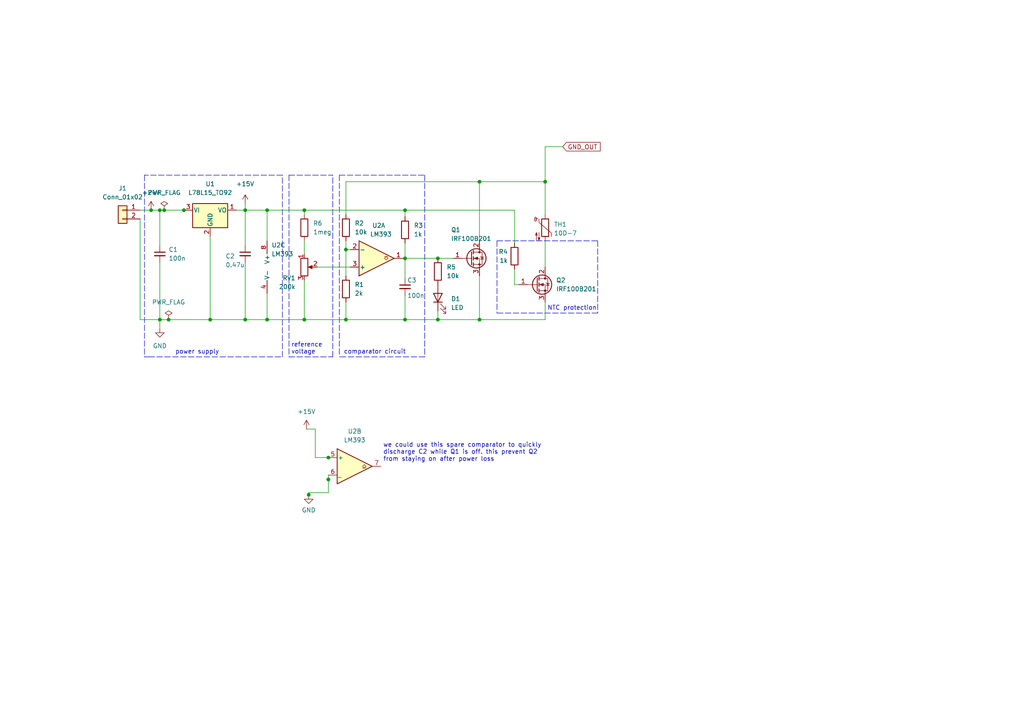
<source format=kicad_sch>
(kicad_sch (version 20211123) (generator eeschema)
  (paper "A4")
  (title_block (title "softstart"))
  (lib_symbols
    (symbol "Comparator:LM393" (pin_names (offset 0.127))
      (property "Reference" "U" (at 3.81 3.81 0))
      (property "Value" "LM393" (at 6.35 -3.81 0))
      (symbol "LM393_1_1"
        (polyline (pts (xy -5.08 5.08) (xy 5.08 0) (xy -5.08 -5.08) (xy -5.08 5.08)) (stroke (width 0.254)) (fill (type background)))
        (polyline (pts (xy 3.302 -0.508) (xy 2.794 -0.508) (xy 3.302 0) (xy 2.794 0.508) (xy 2.286 0) (xy 2.794 -0.508) (xy 2.286 -0.508)) (stroke (width 0.127)))
        (pin open_collector line (at 7.62 0 180) (length 2.54) (name "~") (number "1"))
        (pin input line (at -7.62 -2.54 0) (length 2.54) (name "-") (number "2"))
        (pin input line (at -7.62 2.54 0) (length 2.54) (name "+") (number "3"))
      )
      (symbol "LM393_2_1"
        (polyline (pts (xy -5.08 5.08) (xy 5.08 0) (xy -5.08 -5.08) (xy -5.08 5.08)) (stroke (width 0.254)) (fill (type background)))
        (polyline (pts (xy 3.302 -0.508) (xy 2.794 -0.508) (xy 3.302 0) (xy 2.794 0.508) (xy 2.286 0) (xy 2.794 -0.508) (xy 2.286 -0.508)) (stroke (width 0.127)))
        (pin input line (at -7.62 2.54 0) (length 2.54) (name "+") (number "5"))
        (pin input line (at -7.62 -2.54 0) (length 2.54) (name "_") (number "6"))
        (pin open_collector line (at 7.62 0 180) (length 2.54) (name "~") (number "7"))
      )
      (symbol "LM393_3_1"
        (pin power_in line (at -2.54 -7.62 90) (length 3.81) (name "V-") (number "4"))
        (pin power_in line (at -2.54 7.62 270) (length 3.81) (name "V+") (number "8"))
      )
    )
    (symbol "Connector_Generic:Conn_01x02" (pin_names (offset 1.016) hide)
      (property "Reference" "J" (at 0 2.54 0))
      (property "Value" "Conn_01x02" (at 0 -5.08 0))
      (symbol "Conn_01x02_1_1"
        (rectangle (start -1.27 -2.413) (end 0 -2.667) (stroke (width 0.1524)))
        (rectangle (start -1.27 0.127) (end 0 -0.127) (stroke (width 0.1524)))
        (rectangle (start -1.27 1.27) (end 1.27 -3.81) (stroke (width 0.254)) (fill (type background)))
        (pin passive line (at -5.08 0 0) (length 3.81) (name "Pin_1") (number "1"))
        (pin passive line (at -5.08 -2.54 0) (length 3.81) (name "Pin_2") (number "2"))
      )
    )
    (symbol "Device:C_Small" (pin_numbers hide) (pin_names (offset 0.254) hide)
      (property "Reference" "C" (at 0.254 1.778 0))
      (property "Value" "C_Small" (at 0.254 -2.032 0))
      (symbol "C_Small_0_1"
        (polyline (pts (xy -1.524 -0.508) (xy 1.524 -0.508)) (stroke (width 0.3302)))
        (polyline (pts (xy -1.524 0.508) (xy 1.524 0.508)) (stroke (width 0.3048)))
      )
      (symbol "C_Small_1_1"
        (pin passive line (at 0 2.54 270) (length 2.032) (name "~") (number "1"))
        (pin passive line (at 0 -2.54 90) (length 2.032) (name "~") (number "2"))
      )
    )
    (symbol "Device:LED" (pin_numbers hide) (pin_names (offset 1.016) hide)
      (property "Reference" "D" (at 0 2.54 0))
      (property "Value" "LED" (at 0 -2.54 0))
      (symbol "LED_0_1"
        (polyline (pts (xy -1.27 -1.27) (xy -1.27 1.27)) (stroke (width 0.254)))
        (polyline (pts (xy -1.27 0) (xy 1.27 0)))
        (polyline (pts (xy 1.27 -1.27) (xy 1.27 1.27) (xy -1.27 0) (xy 1.27 -1.27)) (stroke (width 0.254)))
        (polyline (pts (xy -3.048 -0.762) (xy -4.572 -2.286) (xy -3.81 -2.286) (xy -4.572 -2.286) (xy -4.572 -1.524)))
        (polyline (pts (xy -1.778 -0.762) (xy -3.302 -2.286) (xy -2.54 -2.286) (xy -3.302 -2.286) (xy -3.302 -1.524)))
      )
      (symbol "LED_1_1"
        (pin passive line (at -3.81 0 0) (length 2.54) (name "K") (number "1"))
        (pin passive line (at 3.81 0 180) (length 2.54) (name "A") (number "2"))
      )
    )
    (symbol "Device:R" (pin_numbers hide) (pin_names (offset 0))
      (property "Reference" "R" (at 2.032 0 90))
      (property "Value" "R" (at 0 0 90))
      (symbol "R_0_1"
        (rectangle (start -1.016 -2.54) (end 1.016 2.54) (stroke (width 0.254)))
      )
      (symbol "R_1_1"
        (pin passive line (at 0 3.81 270) (length 1.27) (name "~") (number "1"))
        (pin passive line (at 0 -3.81 90) (length 1.27) (name "~") (number "2"))
      )
    )
    (symbol "Device:R_Potentiometer" (pin_names (offset 1.016) hide)
      (property "Reference" "RV" (at -4.445 0 90))
      (property "Value" "R_Potentiometer" (at -2.54 0 90))
      (symbol "R_Potentiometer_0_1"
        (polyline (pts (xy 2.54 0) (xy 1.524 0)))
        (polyline (pts (xy 1.143 0) (xy 2.286 0.508) (xy 2.286 -0.508) (xy 1.143 0)) (fill (type outline)))
        (rectangle (start 1.016 2.54) (end -1.016 -2.54) (stroke (width 0.254)))
      )
      (symbol "R_Potentiometer_1_1"
        (pin passive line (at 0 3.81 270) (length 1.27) (name "1") (number "1"))
        (pin passive line (at 3.81 0 180) (length 1.27) (name "2") (number "2"))
        (pin passive line (at 0 -3.81 90) (length 1.27) (name "3") (number "3"))
      )
    )
    (symbol "Device:Thermistor_NTC" (pin_numbers hide) (pin_names (offset 0))
      (property "Reference" "TH" (at -4.445 0 90))
      (property "Value" "Thermistor_NTC" (at 3.175 0 90))
      (symbol "Thermistor_NTC_0_1"
        (arc (start -3.048 2.159) (mid -3.0495 2.3143) (end -3.175 2.413))
        (arc (start -3.048 2.159) (mid -2.9736 1.9794) (end -2.794 1.905))
        (arc (start -3.048 2.794) (mid -2.9736 2.6144) (end -2.794 2.54))
        (arc (start -2.794 1.905) (mid -2.6144 1.9794) (end -2.54 2.159))
        (arc (start -2.794 2.54) (mid -2.4393 2.5587) (end -2.159 2.794))
        (arc (start -2.794 3.048) (mid -2.9736 2.9736) (end -3.048 2.794))
        (arc (start -2.54 2.794) (mid -2.6144 2.9736) (end -2.794 3.048))
        (rectangle (start -1.016 2.54) (end 1.016 -2.54) (stroke (width 0.254)))
        (polyline (pts (xy -2.54 2.159) (xy -2.54 2.794)))
        (polyline (pts (xy -1.778 2.54) (xy -1.778 1.524) (xy 1.778 -1.524) (xy 1.778 -2.54)))
        (polyline (pts (xy -2.54 -3.683) (xy -2.54 -1.397) (xy -2.794 -2.159) (xy -2.286 -2.159) (xy -2.54 -1.397) (xy -2.54 -1.651)) (fill (type outline)))
        (polyline (pts (xy -1.778 -1.397) (xy -1.778 -3.683) (xy -2.032 -2.921) (xy -1.524 -2.921) (xy -1.778 -3.683) (xy -1.778 -3.429)) (fill (type outline)))
      )
      (symbol "Thermistor_NTC_1_1"
        (pin passive line (at 0 3.81 270) (length 1.27) (name "~") (number "1"))
        (pin passive line (at 0 -3.81 90) (length 1.27) (name "~") (number "2"))
      )
    )
    (symbol "Regulator_Linear:L78L15_TO92" (pin_names (offset 0.254))
      (property "Reference" "U" (at -3.81 3.175 0))
      (property "Value" "L78L15_TO92" (at 0 3.175 0))
      (symbol "L78L15_TO92_0_1"
        (rectangle (start -5.08 -5.08) (end 5.08 1.905) (stroke (width 0.254)) (fill (type background)))
      )
      (symbol "L78L15_TO92_1_1"
        (pin power_out line (at 7.62 0 180) (length 2.54) (name "VO") (number "1"))
        (pin power_in line (at 0 -7.62 90) (length 2.54) (name "GND") (number "2"))
        (pin power_in line (at -7.62 0 0) (length 2.54) (name "VI") (number "3"))
      )
    )
    (symbol "Transistor_FET:IRF540N" (pin_names hide)
      (property "Reference" "Q" (at 6.35 1.905 0))
      (property "Value" "IRF540N" (at 6.35 0 0))
      (symbol "IRF540N_0_1"
        (polyline (pts (xy 0.254 0) (xy -2.54 0)))
        (polyline (pts (xy 0.254 1.905) (xy 0.254 -1.905)) (stroke (width 0.254)))
        (polyline (pts (xy 0.762 -1.27) (xy 0.762 -2.286)) (stroke (width 0.254)))
        (polyline (pts (xy 0.762 0.508) (xy 0.762 -0.508)) (stroke (width 0.254)))
        (polyline (pts (xy 0.762 2.286) (xy 0.762 1.27)) (stroke (width 0.254)))
        (polyline (pts (xy 2.54 2.54) (xy 2.54 1.778)))
        (polyline (pts (xy 2.54 -2.54) (xy 2.54 0) (xy 0.762 0)))
        (polyline (pts (xy 0.762 -1.778) (xy 3.302 -1.778) (xy 3.302 1.778) (xy 0.762 1.778)))
        (polyline (pts (xy 1.016 0) (xy 2.032 0.381) (xy 2.032 -0.381) (xy 1.016 0)) (fill (type outline)))
        (polyline (pts (xy 2.794 0.508) (xy 2.921 0.381) (xy 3.683 0.381) (xy 3.81 0.254)))
        (polyline (pts (xy 3.302 0.381) (xy 2.921 -0.254) (xy 3.683 -0.254) (xy 3.302 0.381)))
        (circle (center 1.651 0) (radius 2.794) (stroke (width 0.254)))
        (circle (center 2.54 -1.778) (radius 0.254) (fill (type outline)))
        (circle (center 2.54 1.778) (radius 0.254) (fill (type outline)))
      )
      (symbol "IRF540N_1_1"
        (pin input line (at -5.08 0 0) (length 2.54) (name "G") (number "1"))
        (pin passive line (at 2.54 5.08 270) (length 2.54) (name "D") (number "2"))
        (pin passive line (at 2.54 -5.08 90) (length 2.54) (name "S") (number "3"))
      )
    )
    (symbol "power:+15V" (power) (pin_names (offset 0))
      (property "Value" "+15V" (at 0 3.556 0))
      (symbol "+15V_0_1"
        (polyline (pts (xy -0.762 1.27) (xy 0 2.54)))
        (polyline (pts (xy 0 0) (xy 0 2.54)))
        (polyline (pts (xy 0 2.54) (xy 0.762 1.27)))
      )
      (symbol "+15V_1_1"
        (pin power_in line (at 0 0 90) (length 0) hide (name "+15V") (number "1"))
      )
    )
    (symbol "power:+24V" (power) (pin_names (offset 0))
      (property "Value" "+24V" (at 0 3.556 0))
      (symbol "+24V_0_1"
        (polyline (pts (xy -0.762 1.27) (xy 0 2.54)))
        (polyline (pts (xy 0 0) (xy 0 2.54)))
        (polyline (pts (xy 0 2.54) (xy 0.762 1.27)))
      )
      (symbol "+24V_1_1"
        (pin power_in line (at 0 0 90) (length 0) hide (name "+24V") (number "1"))
      )
    )
    (symbol "power:GND" (power) (pin_names (offset 0))
      (property "Value" "GND" (at 0 -3.81 0))
      (symbol "GND_0_1"
        (polyline (pts (xy 0 0) (xy 0 -1.27) (xy 1.27 -1.27) (xy 0 -2.54) (xy -1.27 -1.27) (xy 0 -1.27)))
      )
      (symbol "GND_1_1"
        (pin power_in line (at 0 0 270) (length 0) hide (name "GND") (number "1"))
      )
    )
    (symbol "power:PWR_FLAG" (power) (pin_numbers hide) (pin_names (offset 0) hide)
      (property "Value" "PWR_FLAG" (at 0 3.81 0))
      (symbol "PWR_FLAG_0_0"
        (pin power_out line (at 0 0 90) (length 0) (name "pwr") (number "1"))
      )
      (symbol "PWR_FLAG_0_1"
        (polyline (pts (xy 0 0) (xy 0 1.27) (xy -1.016 1.905) (xy 0 2.54) (xy 1.016 1.905) (xy 0 1.27)))
      )
    )
  )
  (junction (at 127 92.71))
  (junction (at 88.265 92.71))
  (junction (at 77.47 60.96))
  (junction (at 100.33 92.71))
  (junction (at 89.535 143.51))
  (junction (at 71.12 60.96))
  (junction (at 117.475 60.96))
  (junction (at 100.33 72.39))
  (junction (at 53.34 60.96))
  (junction (at 46.355 60.96))
  (junction (at 88.265 60.96))
  (junction (at 117.475 74.93))
  (junction (at 77.47 92.71))
  (junction (at 43.815 60.96))
  (junction (at 127 74.93))
  (junction (at 95.25 139.065))
  (junction (at 48.895 92.71))
  (junction (at 46.355 92.71))
  (junction (at 47.625 60.96))
  (junction (at 71.12 92.71))
  (junction (at 158.115 52.705))
  (junction (at 95.25 132.715))
  (junction (at 139.065 92.71))
  (junction (at 117.475 92.71))
  (junction (at 60.96 92.71))
  (junction (at 139.065 52.705))
  (polyline (pts (xy 43.18 103.505) (xy 81.915 103.505)))
  (wire (pts (xy 100.33 52.705) (xy 139.065 52.705)))
  (wire (pts (xy 95.25 132.715) (xy 95.885 132.715)))
  (wire (pts (xy 91.44 124.46) (xy 91.44 132.715)))
  (wire (pts (xy 77.47 60.96) (xy 88.265 60.96)))
  (wire (pts (xy 95.25 137.795) (xy 95.25 139.065)))
  (wire (pts (xy 117.475 92.71) (xy 127 92.71)))
  (polyline (pts (xy 81.915 50.8) (xy 41.91 50.8)))
  (wire (pts (xy 158.115 87.63) (xy 158.115 92.71)))
  (wire (pts (xy 88.265 60.96) (xy 88.265 62.23)))
  (wire (pts (xy 88.265 92.71) (xy 100.33 92.71)))
  (wire (pts (xy 71.12 59.055) (xy 71.12 60.96)))
  (wire (pts (xy 71.12 92.71) (xy 77.47 92.71)))
  (wire (pts (xy 95.25 139.065) (xy 95.25 142.875)))
  (wire (pts (xy 47.625 60.96) (xy 53.34 60.96)))
  (wire (pts (xy 53.975 60.96) (xy 53.34 60.96)))
  (wire (pts (xy 158.115 52.705) (xy 158.115 42.545)))
  (polyline (pts (xy 98.425 50.8) (xy 123.19 50.8)))
  (polyline (pts (xy 123.19 50.8) (xy 123.19 103.505)))
  (wire (pts (xy 117.475 85.725) (xy 117.475 92.71)))
  (polyline (pts (xy 41.91 103.505) (xy 43.18 103.505)))
  (polyline (pts (xy 144.145 69.85) (xy 144.145 90.805)))
  (polyline (pts (xy 173.355 69.85) (xy 173.355 90.805)))
  (wire (pts (xy 149.225 60.96) (xy 149.225 70.485)))
  (wire (pts (xy 149.225 82.55) (xy 150.495 82.55)))
  (wire (pts (xy 139.065 92.71) (xy 158.115 92.71)))
  (wire (pts (xy 117.475 62.865) (xy 117.475 60.96)))
  (wire (pts (xy 149.225 78.105) (xy 149.225 82.55)))
  (polyline (pts (xy 173.355 90.805) (xy 144.145 90.805)))
  (polyline (pts (xy 81.915 103.505) (xy 81.915 50.8)))
  (wire (pts (xy 60.96 92.71) (xy 60.96 68.58)))
  (wire (pts (xy 158.115 42.545) (xy 163.195 42.545)))
  (wire (pts (xy 40.64 63.5) (xy 40.64 92.71)))
  (wire (pts (xy 71.12 92.71) (xy 60.96 92.71)))
  (wire (pts (xy 91.44 132.715) (xy 95.25 132.715)))
  (wire (pts (xy 117.475 74.93) (xy 117.475 80.645)))
  (wire (pts (xy 40.64 92.71) (xy 46.355 92.71)))
  (wire (pts (xy 94.615 139.065) (xy 95.25 139.065)))
  (wire (pts (xy 139.065 52.705) (xy 158.115 52.705)))
  (wire (pts (xy 46.355 76.2) (xy 46.355 92.71)))
  (wire (pts (xy 127 92.71) (xy 127 90.17)))
  (polyline (pts (xy 144.145 69.85) (xy 173.355 69.85)))
  (wire (pts (xy 117.475 60.96) (xy 149.225 60.96)))
  (wire (pts (xy 100.33 62.23) (xy 100.33 52.705)))
  (wire (pts (xy 100.33 87.63) (xy 100.33 92.71)))
  (wire (pts (xy 89.535 143.51) (xy 89.535 144.145)))
  (polyline (pts (xy 83.82 103.505) (xy 96.52 103.505)))
  (wire (pts (xy 100.33 69.85) (xy 100.33 72.39)))
  (wire (pts (xy 48.895 92.71) (xy 60.96 92.71)))
  (wire (pts (xy 71.12 76.2) (xy 71.12 92.71)))
  (wire (pts (xy 117.475 74.93) (xy 127 74.93)))
  (polyline (pts (xy 83.82 50.8) (xy 96.52 50.8)))
  (wire (pts (xy 77.47 60.96) (xy 71.12 60.96)))
  (wire (pts (xy 46.355 95.25) (xy 46.355 92.71)))
  (wire (pts (xy 139.065 69.85) (xy 139.065 52.705)))
  (wire (pts (xy 46.355 92.71) (xy 48.895 92.71)))
  (wire (pts (xy 46.355 60.96) (xy 47.625 60.96)))
  (wire (pts (xy 139.065 80.01) (xy 139.065 92.71)))
  (wire (pts (xy 88.265 69.85) (xy 88.265 73.66)))
  (wire (pts (xy 68.58 60.96) (xy 71.12 60.96)))
  (wire (pts (xy 43.815 60.96) (xy 46.355 60.96)))
  (polyline (pts (xy 83.82 50.8) (xy 83.82 103.505)))
  (wire (pts (xy 89.535 142.875) (xy 89.535 143.51)))
  (wire (pts (xy 77.47 85.09) (xy 77.47 92.71)))
  (wire (pts (xy 88.265 81.28) (xy 88.265 92.71)))
  (polyline (pts (xy 41.91 50.8) (xy 41.91 103.505)))
  (wire (pts (xy 88.9 124.46) (xy 91.44 124.46)))
  (polyline (pts (xy 98.425 50.8) (xy 98.425 103.505)))
  (wire (pts (xy 100.33 72.39) (xy 101.6 72.39)))
  (wire (pts (xy 158.115 69.85) (xy 158.115 77.47)))
  (polyline (pts (xy 96.52 103.505) (xy 96.52 50.8)))
  (wire (pts (xy 117.475 74.93) (xy 116.84 74.93)))
  (wire (pts (xy 40.64 60.96) (xy 43.815 60.96)))
  (wire (pts (xy 46.355 71.12) (xy 46.355 60.96)))
  (wire (pts (xy 77.47 92.71) (xy 88.265 92.71)))
  (polyline (pts (xy 123.19 103.505) (xy 98.425 103.505)))
  (wire (pts (xy 95.25 142.875) (xy 89.535 142.875)))
  (wire (pts (xy 100.33 72.39) (xy 100.33 80.01)))
  (wire (pts (xy 92.075 77.47) (xy 101.6 77.47)))
  (wire (pts (xy 88.265 60.96) (xy 117.475 60.96)))
  (wire (pts (xy 100.33 92.71) (xy 117.475 92.71)))
  (wire (pts (xy 127 74.93) (xy 131.445 74.93)))
  (wire (pts (xy 127 92.71) (xy 139.065 92.71)))
  (wire (pts (xy 158.115 52.705) (xy 158.115 62.23)))
  (wire (pts (xy 71.12 60.96) (xy 71.12 71.12)))
  (wire (pts (xy 77.47 69.85) (xy 77.47 60.96)))
  (wire (pts (xy 117.475 70.485) (xy 117.475 74.93)))
  (text "NTC protection" (at 158.75 90.17 0) (effects (font (size 1.27 1.27)) (justify left bottom)))
  (text "we could use this spare comparator to quickly\ndischarge C2 while Q1 is off. this prevent Q2\nfrom staying on after power loss" (at 111.125 133.985 0) (effects (font (size 1.27 1.27)) (justify left bottom)))
  (text "power supply" (at 50.8 102.87 0) (effects (font (size 1.27 1.27)) (justify left bottom)))
  (text "reference\nvoltage" (at 84.455 102.87 0) (effects (font (size 1.27 1.27)) (justify left bottom)))
  (text "comparator circuit" (at 99.695 102.87 0) (effects (font (size 1.27 1.27)) (justify left bottom)))
  (global_label "GND_OUT" (shape input) (at 163.195 42.545 0) (property "Intersheet References" "${INTERSHEET_REFS}" (effects hide)))
  (symbol (lib_id "Comparator:LM393") (at 109.22 74.93 0) (mirror x) (unit 1)
    (property "Reference" "U2" (at 109.855 65.405 0))
    (property "Value" "LM393" (at 110.49 67.945 0))
    (property "Footprint" "Package_DIP:DIP-8_W7.62mm" (effects hide))
    (property "Datasheet" "http://www.ti.com/lit/ds/symlink/lm393.pdf" (effects hide))
  )
  (symbol (lib_id "power:+15V") (at 71.12 59.055 0) (unit 1)
    (property "Reference" "#PWR0104" (effects hide))
    (property "Value" "+15V" (at 71.12 53.34 0))
  )
  (symbol (lib_id "Comparator:LM393") (at 80.01 77.47 0) (unit 3)
    (property "Reference" "U2" (at 78.74 71.12 0) (effects (justify left)))
    (property "Value" "LM393" (at 78.74 73.66 0) (effects (justify left)))
    (property "Footprint" "Package_DIP:DIP-8_W7.62mm" (effects hide))
    (property "Datasheet" "http://www.ti.com/lit/ds/symlink/lm393.pdf" (effects hide))
  )
  (symbol (lib_id "Transistor_FET:IRF540N") (at 136.525 74.93 0) (unit 1)
    (property "Reference" "Q1" (at 130.81 66.675 0) (effects (justify left)))
    (property "Value" "IRF100B201" (at 130.81 69.215 0) (effects (justify left)))
    (property "Footprint" "Package_TO_SOT_THT:TO-220-3_Horizontal_TabDown" (effects hide))
  )
  (symbol (lib_id "Regulator_Linear:L78L15_TO92") (at 60.96 60.96 0) (unit 1)
    (property "Reference" "U1" (at 60.96 53.34 0))
    (property "Value" "L78L15_TO92" (at 60.96 55.88 0))
    (property "Footprint" "Package_TO_SOT_THT:TO-92_Inline" (effects hide))
    (property "Datasheet" "http://www.st.com/content/ccc/resource/technical/document/datasheet/15/55/e5/aa/23/5b/43/fd/CD00000446.pdf/files/CD00000446.pdf/jcr:content/translations/en.CD00000446.pdf" (effects hide))
  )
  (symbol (lib_id "Device:R") (at 100.33 66.04 0) (unit 1)
    (property "Reference" "R2" (at 102.87 64.7699 0) (effects (justify left)))
    (property "Value" "10k" (at 102.87 67.3099 0) (effects (justify left)))
    (property "Footprint" "Resistor_SMD:R_0805_2012Metric_Pad1.20x1.40mm_HandSolder" (effects hide))
  )
  (symbol (lib_id "Transistor_FET:IRF540N") (at 155.575 82.55 0) (unit 1)
    (property "Reference" "Q2" (at 161.29 81.2799 0) (effects (justify left)))
    (property "Value" "IRF100B201" (at 161.29 83.8199 0) (effects (justify left)))
    (property "Footprint" "Package_TO_SOT_THT:TO-220-3_Vertical" (effects hide))
    (property "Datasheet" "http://www.irf.com/product-info/datasheets/data/irf540n.pdf" (effects hide))
  )
  (symbol (lib_id "Device:R") (at 88.265 66.04 0) (unit 1)
    (property "Reference" "R6" (at 90.805 64.7699 0) (effects (justify left)))
    (property "Value" "1meg" (at 90.805 67.3099 0) (effects (justify left)))
    (property "Footprint" "Resistor_SMD:R_0805_2012Metric_Pad1.20x1.40mm_HandSolder" (effects hide))
  )
  (symbol (lib_id "Device:R") (at 127 78.74 0) (unit 1)
    (property "Reference" "R5" (at 129.54 77.4699 0) (effects (justify left)))
    (property "Value" "10k" (at 129.54 80.0099 0) (effects (justify left)))
    (property "Footprint" "Resistor_SMD:R_0805_2012Metric_Pad1.20x1.40mm_HandSolder" (effects hide))
  )
  (symbol (lib_id "Device:R") (at 100.33 83.82 0) (unit 1)
    (property "Reference" "R1" (at 102.87 82.5499 0) (effects (justify left)))
    (property "Value" "2k" (at 102.87 85.0899 0) (effects (justify left)))
    (property "Footprint" "Resistor_SMD:R_0805_2012Metric_Pad1.20x1.40mm_HandSolder" (effects hide))
  )
  (symbol (lib_id "Device:LED") (at 127 86.36 90) (unit 1)
    (property "Reference" "D1" (at 130.81 86.6774 90) (effects (justify right)))
    (property "Value" "LED" (at 130.81 89.2174 90) (effects (justify right)))
    (property "Footprint" "LED_THT:LED_D5.0mm" (effects hide))
  )
  (symbol (lib_id "Comparator:LM393") (at 102.87 135.255 0) (unit 2)
    (property "Reference" "U2" (at 102.87 125.095 0))
    (property "Value" "LM393" (at 102.87 127.635 0))
    (property "Footprint" "Package_DIP:DIP-8_W7.62mm" (effects hide))
    (property "Datasheet" "http://www.ti.com/lit/ds/symlink/lm393.pdf" (effects hide))
  )
  (symbol (lib_id "Device:R_Potentiometer") (at 88.265 77.47 0) (unit 1)
    (property "Reference" "RV1" (at 85.725 80.645 0) (effects (justify right)))
    (property "Value" "200k" (at 85.725 83.185 0) (effects (justify right)))
    (property "Footprint" "Potentiometer_THT:Potentiometer_Bourns_3296W_Vertical" (effects hide))
    (property "Spice_Primitive" "R" (effects hide))
    (property "Spice_Model" "1meg" (effects hide))
    (property "Spice_Netlist_Enabled" "Y" (effects hide))
  )
  (symbol (lib_id "Device:C_Small") (at 117.475 83.185 0) (mirror y) (unit 1)
    (property "Reference" "C3" (at 118.11 81.28 0) (effects (justify right)))
    (property "Value" "100n" (at 118.11 85.725 0) (effects (justify right)))
    (property "Footprint" "Capacitor_SMD:C_0603_1608Metric_Pad1.08x0.95mm_HandSolder" (effects hide))
    (property "Spice_Primitive" "C" (effects hide))
    (property "Spice_Model" "100n" (effects hide))
    (property "Spice_Netlist_Enabled" "Y" (effects hide))
  )
  (symbol (lib_id "Device:C_Small") (at 46.355 73.66 0) (unit 1)
    (property "Reference" "C1" (at 48.895 72.3962 0) (effects (justify left)))
    (property "Value" "100n" (at 48.895 74.9362 0) (effects (justify left)))
    (property "Footprint" "Capacitor_SMD:C_0603_1608Metric_Pad1.08x0.95mm_HandSolder" (effects hide))
    (property "Spice_Primitive" "C" (effects hide))
    (property "Spice_Model" "100n" (effects hide))
    (property "Spice_Netlist_Enabled" "Y" (effects hide))
  )
  (symbol (lib_id "Device:R") (at 149.225 74.295 0) (mirror x) (unit 1)
    (property "Reference" "R4" (at 147.32 73.0249 0) (effects (justify right)))
    (property "Value" "1k" (at 147.32 75.5649 0) (effects (justify right)))
    (property "Footprint" "Resistor_SMD:R_0805_2012Metric_Pad1.20x1.40mm_HandSolder" (effects hide))
  )
  (symbol (lib_id "Device:C_Small") (at 71.12 73.66 0) (unit 1)
    (property "Reference" "C2" (at 65.405 74.295 0) (effects (justify left)))
    (property "Value" "0.47u" (at 65.405 76.835 0) (effects (justify left)))
    (property "Footprint" "Capacitor_SMD:C_0805_2012Metric_Pad1.18x1.45mm_HandSolder" (effects hide))
    (property "Spice_Primitive" "C" (effects hide))
    (property "Spice_Model" "0.47u" (effects hide))
    (property "Spice_Netlist_Enabled" "Y" (effects hide))
  )
  (symbol (lib_id "power:GND") (at 46.355 95.25 0) (unit 1)
    (property "Reference" "#PWR0101" (effects hide))
    (property "Value" "GND" (at 46.355 100.33 0))
  )
  (symbol (lib_id "power:+15V") (at 88.9 124.46 0) (unit 1)
    (property "Reference" "#PWR0105" (effects hide))
    (property "Value" "+15V" (at 88.9 119.38 0))
  )
  (symbol (lib_id "Device:R") (at 117.475 66.675 180) (unit 1)
    (property "Reference" "R3" (at 120.015 65.4049 0) (effects (justify right)))
    (property "Value" "1k" (at 120.015 67.9449 0) (effects (justify right)))
    (property "Footprint" "Resistor_SMD:R_0805_2012Metric_Pad1.20x1.40mm_HandSolder" (effects hide))
  )
  (symbol (lib_id "Connector_Generic:Conn_01x02") (at 35.56 60.96 0) (mirror y) (unit 1)
    (property "Reference" "J1" (at 35.56 54.61 0))
    (property "Value" "Conn_01x02" (at 35.56 57.15 0))
    (property "Footprint" "Connector_PinHeader_2.54mm:PinHeader_1x02_P2.54mm_Vertical" (effects hide))
  )
  (symbol (lib_id "power:GND") (at 89.535 143.51 0) (unit 1)
    (property "Reference" "#PWR0103" (effects hide))
    (property "Value" "GND" (at 89.535 147.955 0))
  )
  (symbol (lib_id "Device:Thermistor_NTC") (at 158.115 66.04 0) (unit 1)
    (property "Reference" "TH1" (at 160.655 65.0874 0) (effects (justify left)))
    (property "Value" "10D-7" (at 160.655 67.6274 0) (effects (justify left)))
    (property "Footprint" "Resistor_THT:R_Axial_DIN0207_L6.3mm_D2.5mm_P7.62mm_Horizontal" (effects hide))
  )
  (symbol (lib_id "power:PWR_FLAG") (at 47.625 60.96 0) (unit 1)
    (property "Reference" "#FLG0101" (effects hide))
    (property "Value" "PWR_FLAG" (at 47.625 55.88 0))
  )
  (symbol (lib_id "power:+24V") (at 43.815 60.96 0) (unit 1)
    (property "Reference" "#PWR0102" (effects hide))
    (property "Value" "+24V" (at 43.815 55.88 0))
    (property "Footprint" "Connector_PinHeader_2.54mm:PinHeader_1x01_P2.54mm_Vertical" (effects hide))
  )
  (symbol (lib_id "power:PWR_FLAG") (at 48.895 92.71 0) (unit 1)
    (property "Reference" "#FLG0102" (effects hide))
    (property "Value" "PWR_FLAG" (at 48.895 87.63 0))
  )
)
</source>
